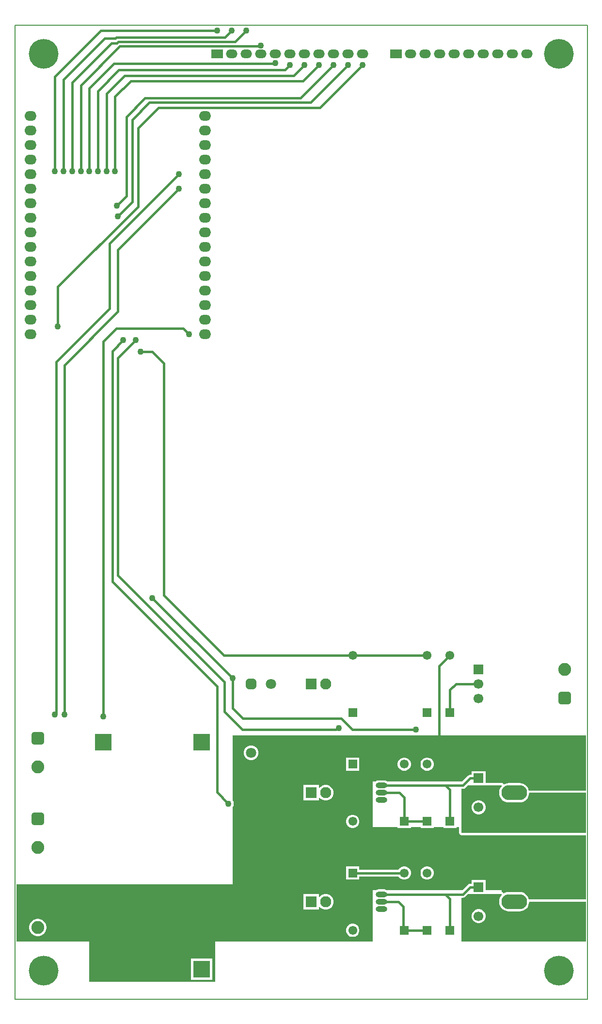
<source format=gtl>
G04*
G04 #@! TF.GenerationSoftware,Altium Limited,Altium Designer,21.8.1 (53)*
G04*
G04 Layer_Physical_Order=1*
G04 Layer_Color=255*
%FSLAX25Y25*%
%MOIN*%
G70*
G04*
G04 #@! TF.SameCoordinates,A1411363-43AB-4F6E-8D2E-BD86F2085DDB*
G04*
G04*
G04 #@! TF.FilePolarity,Positive*
G04*
G01*
G75*
%ADD10C,0.00787*%
%ADD24C,0.07087*%
%ADD31R,0.07677X0.07677*%
%ADD32C,0.07677*%
%ADD35C,0.01500*%
G04:AMPARAMS|DCode=36|XSize=70.87mil|YSize=70.87mil|CornerRadius=17.72mil|HoleSize=0mil|Usage=FLASHONLY|Rotation=180.000|XOffset=0mil|YOffset=0mil|HoleType=Round|Shape=RoundedRectangle|*
%AMROUNDEDRECTD36*
21,1,0.07087,0.03543,0,0,180.0*
21,1,0.03543,0.07087,0,0,180.0*
1,1,0.03543,-0.01772,0.01772*
1,1,0.03543,0.01772,0.01772*
1,1,0.03543,0.01772,-0.01772*
1,1,0.03543,-0.01772,-0.01772*
%
%ADD36ROUNDEDRECTD36*%
%ADD37O,0.07953X0.05984*%
%ADD38R,0.07953X0.05984*%
%ADD39O,0.08268X0.06693*%
G04:AMPARAMS|DCode=40|XSize=88.58mil|YSize=88.58mil|CornerRadius=22.15mil|HoleSize=0mil|Usage=FLASHONLY|Rotation=90.000|XOffset=0mil|YOffset=0mil|HoleType=Round|Shape=RoundedRectangle|*
%AMROUNDEDRECTD40*
21,1,0.08858,0.04429,0,0,90.0*
21,1,0.04429,0.08858,0,0,90.0*
1,1,0.04429,0.02215,0.02215*
1,1,0.04429,0.02215,-0.02215*
1,1,0.04429,-0.02215,-0.02215*
1,1,0.04429,-0.02215,0.02215*
%
%ADD40ROUNDEDRECTD40*%
%ADD41C,0.08858*%
%ADD42R,0.06693X0.06693*%
%ADD43C,0.06693*%
%ADD44C,0.06102*%
%ADD45R,0.06102X0.06102*%
%ADD46O,0.07874X0.03937*%
%ADD47O,0.07874X0.03937*%
%ADD48O,0.17717X0.10236*%
%ADD49C,0.20472*%
%ADD50R,0.11811X0.11811*%
%ADD51C,0.04331*%
G36*
X1081046Y569183D02*
X1080438Y568442D01*
X1079823Y567292D01*
X1079445Y566045D01*
X1079317Y564747D01*
X1079445Y563450D01*
X1079823Y562202D01*
X1080438Y561053D01*
X1081265Y560045D01*
X1082272Y559218D01*
X1083422Y558603D01*
X1084670Y558225D01*
X1085967Y558097D01*
X1093447D01*
X1094745Y558225D01*
X1095992Y558603D01*
X1097142Y559218D01*
X1098150Y560045D01*
X1098977Y561053D01*
X1099591Y562202D01*
X1099970Y563450D01*
X1100097Y564747D01*
X1139081D01*
Y537188D01*
X1053487D01*
Y541125D01*
Y567453D01*
X1054550D01*
X1055428Y567628D01*
X1056172Y568125D01*
X1058069Y570022D01*
X1060451D01*
Y569901D01*
X1070144D01*
Y570022D01*
X1081046D01*
Y569183D01*
D02*
G37*
G36*
X1139081Y566277D02*
X1100097D01*
X1099911Y566240D01*
X1099591Y567292D01*
X1098977Y568442D01*
X1098150Y569450D01*
X1097142Y570277D01*
X1095992Y570891D01*
X1094745Y571270D01*
X1093447Y571397D01*
X1085967D01*
X1084670Y571270D01*
X1083422Y570891D01*
X1082688Y570499D01*
X1082459Y570607D01*
X1082127Y571103D01*
X1081631Y571435D01*
X1081046Y571551D01*
X1070144D01*
Y579594D01*
X1060451D01*
Y577041D01*
X1059550D01*
X1058672Y576867D01*
X1057928Y576369D01*
X1053987Y572429D01*
X1053487Y572621D01*
Y572621D01*
X1002289D01*
X1002086Y572777D01*
X1001243Y573127D01*
X1000337Y573246D01*
X996400D01*
X995495Y573127D01*
X994651Y572777D01*
X994448Y572621D01*
X992463D01*
Y541125D01*
X1009565D01*
Y540511D01*
X1018668D01*
Y541125D01*
X1025313D01*
Y540511D01*
X1034416D01*
Y541125D01*
X1041061D01*
Y540511D01*
X1050164D01*
Y541125D01*
X1051957D01*
Y537188D01*
X1052074Y536603D01*
X1052405Y536107D01*
X1052901Y535775D01*
X1053487Y535659D01*
X1139081D01*
X1139081Y535159D01*
Y491973D01*
X1139011Y491473D01*
X1100097D01*
X1099911Y491436D01*
X1099591Y492489D01*
X1098977Y493639D01*
X1098150Y494647D01*
X1097142Y495473D01*
X1095992Y496088D01*
X1094745Y496466D01*
X1093447Y496594D01*
X1085967D01*
X1084670Y496466D01*
X1083422Y496088D01*
X1082555Y495624D01*
X1082459Y495670D01*
X1082127Y496166D01*
X1081631Y496498D01*
X1081046Y496614D01*
Y497818D01*
X1070144D01*
Y504791D01*
X1060451D01*
Y502238D01*
X1059392D01*
X1058514Y502064D01*
X1057770Y501566D01*
X1054022Y497818D01*
X1002289D01*
X1002086Y497974D01*
X1001243Y498323D01*
X1000337Y498443D01*
X996400D01*
X995495Y498323D01*
X994651Y497974D01*
X994448Y497818D01*
X992463D01*
Y462385D01*
X884195D01*
Y434826D01*
X797581D01*
Y462385D01*
X747420D01*
X747420Y501755D01*
X896006D01*
X896006Y554839D01*
X896183Y555016D01*
X896666Y555852D01*
X896916Y556784D01*
Y557750D01*
X896666Y558682D01*
X896183Y559518D01*
X896006Y559695D01*
Y604117D01*
X1139081Y604117D01*
Y566277D01*
D02*
G37*
G36*
X1081046Y494380D02*
X1080438Y493639D01*
X1079823Y492489D01*
X1079445Y491242D01*
X1079317Y489944D01*
X1079445Y488647D01*
X1079823Y487399D01*
X1080438Y486249D01*
X1081265Y485242D01*
X1082272Y484415D01*
X1083422Y483800D01*
X1084670Y483422D01*
X1085967Y483294D01*
X1093447D01*
X1094745Y483422D01*
X1095992Y483800D01*
X1097142Y484415D01*
X1098150Y485242D01*
X1098977Y486249D01*
X1099591Y487399D01*
X1099970Y488647D01*
X1100097Y489944D01*
X1139081D01*
X1139081Y462385D01*
X1053487D01*
Y492650D01*
X1054392D01*
X1055270Y492825D01*
X1056014Y493322D01*
X1057777Y495085D01*
X1081046D01*
Y494380D01*
D02*
G37*
%LPC*%
G36*
X1065936Y559594D02*
X1064660D01*
X1063427Y559264D01*
X1062322Y558625D01*
X1061420Y557723D01*
X1060781Y556618D01*
X1060451Y555385D01*
Y554109D01*
X1060781Y552877D01*
X1061420Y551771D01*
X1062322Y550869D01*
X1063427Y550231D01*
X1064660Y549901D01*
X1065936D01*
X1067168Y550231D01*
X1068274Y550869D01*
X1069176Y551771D01*
X1069814Y552877D01*
X1070144Y554109D01*
Y555385D01*
X1069814Y556618D01*
X1069176Y557723D01*
X1068274Y558625D01*
X1067168Y559264D01*
X1065936Y559594D01*
D02*
G37*
G36*
X909466Y597350D02*
X908138D01*
X906855Y597006D01*
X905705Y596342D01*
X904766Y595403D01*
X904102Y594253D01*
X903758Y592970D01*
Y591642D01*
X904102Y590360D01*
X904766Y589210D01*
X905705Y588271D01*
X906855Y587607D01*
X908138Y587263D01*
X909466D01*
X910748Y587607D01*
X911898Y588271D01*
X912837Y589210D01*
X913501Y590360D01*
X913845Y591642D01*
Y592970D01*
X913501Y594253D01*
X912837Y595403D01*
X911898Y596342D01*
X910748Y597006D01*
X909466Y597350D01*
D02*
G37*
G36*
X1030464Y588983D02*
X1029265D01*
X1028108Y588673D01*
X1027070Y588074D01*
X1026223Y587227D01*
X1025624Y586189D01*
X1025313Y585032D01*
Y583833D01*
X1025624Y582676D01*
X1026223Y581638D01*
X1027070Y580791D01*
X1028108Y580191D01*
X1029265Y579881D01*
X1030464D01*
X1031621Y580191D01*
X1032659Y580791D01*
X1033506Y581638D01*
X1034106Y582676D01*
X1034416Y583833D01*
Y585032D01*
X1034106Y586189D01*
X1033506Y587227D01*
X1032659Y588074D01*
X1031621Y588673D01*
X1030464Y588983D01*
D02*
G37*
G36*
X1014716D02*
X1013517D01*
X1012360Y588673D01*
X1011322Y588074D01*
X1010475Y587227D01*
X1009876Y586189D01*
X1009565Y585032D01*
Y583833D01*
X1009876Y582676D01*
X1010475Y581638D01*
X1011322Y580791D01*
X1012360Y580191D01*
X1013517Y579881D01*
X1014716D01*
X1015873Y580191D01*
X1016911Y580791D01*
X1017758Y581638D01*
X1018358Y582676D01*
X1018668Y583833D01*
Y585032D01*
X1018358Y586189D01*
X1017758Y587227D01*
X1016911Y588074D01*
X1015873Y588673D01*
X1014716Y588983D01*
D02*
G37*
G36*
X983235D02*
X974132D01*
Y579881D01*
X983235D01*
Y588983D01*
D02*
G37*
G36*
X960764Y570086D02*
X959359D01*
X958001Y569722D01*
X956783Y569019D01*
X955900Y568136D01*
X955400Y568292D01*
Y570086D01*
X944723D01*
Y559409D01*
X955400D01*
Y561202D01*
X955900Y561359D01*
X956783Y560475D01*
X958001Y559772D01*
X959359Y559409D01*
X960764D01*
X962122Y559772D01*
X963339Y560475D01*
X964333Y561469D01*
X965036Y562687D01*
X965400Y564044D01*
Y565450D01*
X965036Y566808D01*
X964333Y568025D01*
X963339Y569019D01*
X962122Y569722D01*
X960764Y570086D01*
D02*
G37*
G36*
X979283Y549613D02*
X978084D01*
X976927Y549303D01*
X975889Y548704D01*
X975042Y547857D01*
X974442Y546819D01*
X974132Y545661D01*
Y544463D01*
X974442Y543306D01*
X975042Y542268D01*
X975889Y541420D01*
X976927Y540821D01*
X978084Y540511D01*
X979283D01*
X980440Y540821D01*
X981478Y541420D01*
X982325Y542268D01*
X982924Y543306D01*
X983235Y544463D01*
Y545661D01*
X982924Y546819D01*
X982325Y547857D01*
X981478Y548704D01*
X980440Y549303D01*
X979283Y549613D01*
D02*
G37*
G36*
X1014716Y514180D02*
X1013517D01*
X1012360Y513870D01*
X1011322Y513271D01*
X1010475Y512424D01*
X1010186Y511923D01*
X983235D01*
Y514180D01*
X974132D01*
Y505078D01*
X983235D01*
Y507335D01*
X1010186D01*
X1010475Y506835D01*
X1011322Y505987D01*
X1012360Y505388D01*
X1013517Y505078D01*
X1014716D01*
X1015873Y505388D01*
X1016911Y505987D01*
X1017758Y506835D01*
X1018358Y507872D01*
X1018668Y509030D01*
Y510228D01*
X1018358Y511386D01*
X1017758Y512424D01*
X1016911Y513271D01*
X1015873Y513870D01*
X1014716Y514180D01*
D02*
G37*
G36*
X1030464D02*
X1029265D01*
X1028108Y513870D01*
X1027070Y513271D01*
X1026223Y512424D01*
X1025624Y511386D01*
X1025313Y510228D01*
Y509030D01*
X1025624Y507872D01*
X1026223Y506835D01*
X1027070Y505987D01*
X1028108Y505388D01*
X1029265Y505078D01*
X1030464D01*
X1031621Y505388D01*
X1032659Y505987D01*
X1033506Y506835D01*
X1034106Y507872D01*
X1034416Y509030D01*
Y510228D01*
X1034106Y511386D01*
X1033506Y512424D01*
X1032659Y513271D01*
X1031621Y513870D01*
X1030464Y514180D01*
D02*
G37*
G36*
X960764Y495283D02*
X959359D01*
X958001Y494919D01*
X956783Y494216D01*
X955900Y493333D01*
X955400Y493489D01*
Y495283D01*
X944723D01*
Y484606D01*
X955400D01*
Y486399D01*
X955900Y486556D01*
X956783Y485672D01*
X958001Y484969D01*
X959359Y484606D01*
X960764D01*
X962122Y484969D01*
X963339Y485672D01*
X964333Y486666D01*
X965036Y487884D01*
X965400Y489241D01*
Y490647D01*
X965036Y492005D01*
X964333Y493222D01*
X963339Y494216D01*
X962122Y494919D01*
X960764Y495283D01*
D02*
G37*
G36*
X762732Y478157D02*
X761564D01*
X760419Y477929D01*
X759340Y477482D01*
X758368Y476833D01*
X757543Y476007D01*
X756894Y475036D01*
X756447Y473957D01*
X756219Y472812D01*
Y471644D01*
X756447Y470498D01*
X756894Y469419D01*
X757543Y468448D01*
X758368Y467622D01*
X759340Y466973D01*
X760419Y466526D01*
X761564Y466298D01*
X762732D01*
X763877Y466526D01*
X764957Y466973D01*
X765928Y467622D01*
X766753Y468448D01*
X767402Y469419D01*
X767849Y470498D01*
X768077Y471644D01*
Y472812D01*
X767849Y473957D01*
X767402Y475036D01*
X766753Y476007D01*
X765928Y476833D01*
X764957Y477482D01*
X763877Y477929D01*
X762732Y478157D01*
D02*
G37*
G36*
X979283Y474810D02*
X978084D01*
X976927Y474500D01*
X975889Y473901D01*
X975042Y473054D01*
X974442Y472016D01*
X974132Y470858D01*
Y469660D01*
X974442Y468502D01*
X975042Y467465D01*
X975889Y466617D01*
X976927Y466018D01*
X978084Y465708D01*
X979283D01*
X980440Y466018D01*
X981478Y466617D01*
X982325Y467465D01*
X982924Y468502D01*
X983235Y469660D01*
Y470858D01*
X982924Y472016D01*
X982325Y473054D01*
X981478Y473901D01*
X980440Y474500D01*
X979283Y474810D01*
D02*
G37*
G36*
X882152Y450893D02*
X867341D01*
Y436082D01*
X882152D01*
Y450893D01*
D02*
G37*
G36*
X1065936Y484791D02*
X1064660D01*
X1063427Y484460D01*
X1062322Y483822D01*
X1061420Y482920D01*
X1060781Y481815D01*
X1060451Y480582D01*
Y479306D01*
X1060781Y478074D01*
X1061420Y476968D01*
X1062322Y476066D01*
X1063427Y475428D01*
X1064660Y475098D01*
X1065936D01*
X1067168Y475428D01*
X1068274Y476066D01*
X1069176Y476968D01*
X1069814Y478074D01*
X1070144Y479306D01*
Y480582D01*
X1069814Y481815D01*
X1069176Y482920D01*
X1068274Y483822D01*
X1067168Y484460D01*
X1065936Y484791D01*
D02*
G37*
%LPD*%
D10*
X1140101Y1092306D02*
X1140101Y423015D01*
X746400Y1080495D02*
Y1092306D01*
X1140101D01*
X746400Y423015D02*
X1140101D01*
X746400D02*
X746400Y1080495D01*
D24*
X922581Y639550D02*
D03*
X908802Y592306D02*
D03*
D31*
X950062Y639550D02*
D03*
Y564747D02*
D03*
Y489944D02*
D03*
D32*
X960061Y639550D02*
D03*
Y564747D02*
D03*
Y489944D02*
D03*
D35*
X890903Y1083896D02*
X895376Y1088369D01*
X779865Y1054905D02*
X808099Y1083139D01*
X815361D01*
X816119Y1083896D02*
X890903D01*
X815361Y1083139D02*
X816119Y1083896D01*
X897904Y1080896D02*
X905376Y1088369D01*
X816361Y1079896D02*
X817362Y1080896D01*
X785770Y1052936D02*
X812730Y1079896D01*
X816361D01*
X817362Y1080896D02*
X897904D01*
X915288Y1077896D02*
X915496Y1078104D01*
X791676Y1050968D02*
X818604Y1077896D01*
X915288D01*
X952003Y1041374D02*
X952003D01*
X949690Y1039061D02*
X952003Y1041374D01*
X838824Y1039061D02*
X949690D01*
X952003Y1041374D02*
X975376Y1064747D01*
X938170Y1057541D02*
X945376Y1064747D01*
X809392Y1045062D02*
X821871Y1057541D01*
X938170D01*
X803487Y1047031D02*
X817894Y1061438D01*
X932087D02*
X935396Y1064747D01*
X817894Y1061438D02*
X932087D01*
X826182Y1053979D02*
X944608D01*
X955376Y1064747D01*
X815298Y1043094D02*
X826182Y1053979D01*
X831046Y967589D02*
Y1021440D01*
X775928Y912471D02*
X831046Y967589D01*
X775928Y885334D02*
Y912471D01*
X890633Y620372D02*
X902951Y608054D01*
X967245D02*
X968393Y609203D01*
X902951Y608054D02*
X967245D01*
X968393Y609203D02*
X969159D01*
X903080Y615928D02*
X970711D01*
X978585Y608054D01*
X1021991D01*
X816250Y883924D02*
X862286D01*
X807030Y874704D02*
X816250Y883924D01*
X862286D02*
X866227Y879984D01*
X780486Y857433D02*
X780570Y857349D01*
X780486Y858676D02*
X817266Y895456D01*
X780570Y618520D02*
Y857349D01*
X780486Y857433D02*
Y858676D01*
X956288Y1035659D02*
X985376Y1064747D01*
X845264Y1035659D02*
X956288D01*
X831046Y1021440D02*
X845264Y1035659D01*
X827109Y1027346D02*
X838824Y1039061D01*
X835919Y1042061D02*
X942690D01*
X896006Y623002D02*
Y643487D01*
Y623002D02*
X903080Y615928D01*
X890633Y620372D02*
Y640987D01*
X817266Y714354D02*
X890633Y640987D01*
X840888Y698606D02*
X896006Y643487D01*
X817097Y960787D02*
X827109Y970798D01*
Y1027346D01*
X816566Y968291D02*
X823172Y974896D01*
Y1029314D01*
X942690Y1042061D02*
X965376Y1064747D01*
X823172Y1029314D02*
X835919Y1042061D01*
X815298Y991913D02*
Y1043094D01*
X809392Y991913D02*
Y1045062D01*
X803487Y991913D02*
Y1047031D01*
X814562Y1065980D02*
X925234D01*
X797581Y1048999D02*
X814562Y1065980D01*
X797581Y991913D02*
Y1048999D01*
X791676Y991913D02*
Y1050968D01*
X785770Y991913D02*
Y1052936D01*
X779865Y991913D02*
Y1054905D01*
X773959Y991913D02*
Y1056873D01*
X805455Y1088369D02*
X885376D01*
X773959Y1056873D02*
X805455Y1088369D01*
X925234Y1065980D02*
X925376Y1066122D01*
X811361Y897425D02*
Y942286D01*
X859058Y989983D01*
X817266Y937987D02*
X859263Y979984D01*
X817266Y895456D02*
Y937987D01*
X774896Y620004D02*
Y860960D01*
X811361Y897425D01*
X807030Y617258D02*
Y874704D01*
X773820Y618684D02*
Y618928D01*
X774896Y620004D01*
X978683Y659235D02*
X1029865D01*
X890045D02*
X978683D01*
X848762Y700518D02*
Y860023D01*
Y700518D02*
X890045Y659235D01*
X1038182Y651805D02*
X1045613Y659235D01*
X1038182Y591863D02*
Y651805D01*
Y591863D02*
X1045613Y584432D01*
X885376Y565141D02*
Y637809D01*
X813329Y709856D02*
Y868252D01*
Y709856D02*
X885376Y637809D01*
X813329Y868252D02*
X820848Y875771D01*
X817266Y863604D02*
X829433Y875771D01*
X817266Y714354D02*
Y863604D01*
X840888Y867897D02*
X848762Y860023D01*
X832659Y867897D02*
X840888D01*
X978683Y509629D02*
X1014117D01*
X1014117Y509629D01*
X885376Y565141D02*
X893250Y557267D01*
X1059392Y499944D02*
X1065298D01*
X1042581Y494944D02*
X1054392D01*
X1042581D02*
X1045613Y491913D01*
X1054392Y494944D02*
X1059392Y499944D01*
X998369Y494944D02*
X1042581D01*
X1045613Y470259D02*
Y491913D01*
X1049770Y639550D02*
X1065298D01*
X1045613Y635393D02*
X1049770Y639550D01*
X1045613Y619865D02*
Y635393D01*
X1042581Y569747D02*
X1054550D01*
X1059550Y574747D01*
X1045613Y545062D02*
Y566716D01*
X1042581Y569747D02*
X1045613Y566716D01*
X1059550Y574747D02*
X1065298D01*
X998369Y569747D02*
X1042581D01*
X1010249Y489944D02*
X1013569Y486624D01*
Y470807D02*
Y486624D01*
Y470807D02*
X1014117Y470259D01*
X1029865D01*
X1010778Y564747D02*
X1014117Y561409D01*
X1014664Y545062D02*
X1029865D01*
X1014117D02*
Y561409D01*
Y545062D02*
X1014664D01*
X998369Y564747D02*
X1010778D01*
X998369Y489944D02*
X1010249D01*
D36*
X908802Y639550D02*
D03*
X922581Y592306D02*
D03*
D37*
X1068487Y1072621D02*
D03*
X1028487D02*
D03*
X1018487D02*
D03*
X1038487D02*
D03*
X1048487D02*
D03*
X1058487D02*
D03*
X1078487D02*
D03*
X1088487D02*
D03*
X1098487D02*
D03*
X985376D02*
D03*
X975376D02*
D03*
X945376D02*
D03*
X905376D02*
D03*
X895376D02*
D03*
X915376D02*
D03*
X925376D02*
D03*
X935376D02*
D03*
X955376D02*
D03*
X965376D02*
D03*
D38*
X1008487D02*
D03*
X885376D02*
D03*
D39*
X877266Y959984D02*
D03*
Y949984D02*
D03*
Y939983D02*
D03*
Y899984D02*
D03*
Y909984D02*
D03*
Y919983D02*
D03*
Y929984D02*
D03*
Y969983D02*
D03*
X757266Y889983D02*
D03*
Y879984D02*
D03*
Y1029984D02*
D03*
Y1019983D02*
D03*
Y1009984D02*
D03*
Y999984D02*
D03*
Y989983D02*
D03*
Y979984D02*
D03*
Y969983D02*
D03*
Y959984D02*
D03*
Y949984D02*
D03*
Y939983D02*
D03*
Y929984D02*
D03*
Y919983D02*
D03*
Y909984D02*
D03*
Y899984D02*
D03*
X877266Y889983D02*
D03*
Y879984D02*
D03*
Y1029984D02*
D03*
Y1019983D02*
D03*
Y1009984D02*
D03*
Y999984D02*
D03*
Y989983D02*
D03*
Y979984D02*
D03*
D40*
X1124353Y554905D02*
D03*
X762148Y602149D02*
D03*
Y547031D02*
D03*
Y491913D02*
D03*
X1124353Y480102D02*
D03*
Y629708D02*
D03*
D41*
X1124353Y574590D02*
D03*
X762148Y582464D02*
D03*
Y527346D02*
D03*
Y472228D02*
D03*
X1124353Y499787D02*
D03*
Y649393D02*
D03*
D42*
X1065298Y499944D02*
D03*
Y574747D02*
D03*
Y649550D02*
D03*
D43*
Y489944D02*
D03*
Y479944D02*
D03*
Y564747D02*
D03*
Y554747D02*
D03*
Y639550D02*
D03*
Y629550D02*
D03*
D44*
X978683Y470259D02*
D03*
X1014117Y509629D02*
D03*
X978683Y659235D02*
D03*
Y545062D02*
D03*
X1014117Y584432D02*
D03*
X1029865Y659235D02*
D03*
Y584432D02*
D03*
X1045613Y659235D02*
D03*
Y584432D02*
D03*
X1029865Y509629D02*
D03*
X1045613D02*
D03*
D45*
X978683Y509629D02*
D03*
X1014117Y470259D02*
D03*
X978683Y619865D02*
D03*
Y584432D02*
D03*
X1014117Y545062D02*
D03*
X1029865Y619865D02*
D03*
Y545062D02*
D03*
X1045613Y619865D02*
D03*
Y545062D02*
D03*
X1029865Y470259D02*
D03*
X1045613D02*
D03*
D46*
X998369Y559747D02*
D03*
Y569747D02*
D03*
Y494944D02*
D03*
Y484944D02*
D03*
D47*
Y564747D02*
D03*
Y489944D02*
D03*
D48*
X1089707D02*
D03*
Y564747D02*
D03*
D49*
X1120416Y442700D02*
D03*
Y1072621D02*
D03*
X766085D02*
D03*
Y442700D02*
D03*
D50*
X874747Y599393D02*
D03*
X807030D02*
D03*
X874747Y443487D02*
D03*
X807030D02*
D03*
D51*
X793644Y491913D02*
D03*
X787739D02*
D03*
X781833Y491913D02*
D03*
X787739Y486007D02*
D03*
X781833D02*
D03*
X787739Y497818D02*
D03*
X793644D02*
D03*
X969159Y609203D02*
D03*
X780570Y618520D02*
D03*
X935376Y584432D02*
D03*
X896006Y643487D02*
D03*
X817097Y960787D02*
D03*
X895376Y1088369D02*
D03*
X925376Y1066122D02*
D03*
X935396Y1064747D02*
D03*
X945376D02*
D03*
X955376D02*
D03*
X985376D02*
D03*
X775928Y885334D02*
D03*
X975376Y1064747D02*
D03*
X965376D02*
D03*
X816566Y968291D02*
D03*
X915496Y1078104D02*
D03*
X905376Y1088369D02*
D03*
X885376D02*
D03*
X815298Y991913D02*
D03*
X809392D02*
D03*
X803487D02*
D03*
X797581D02*
D03*
X791676D02*
D03*
X785770D02*
D03*
X779865D02*
D03*
X773959D02*
D03*
X793644Y486007D02*
D03*
X781833Y497818D02*
D03*
X1090888Y478133D02*
D03*
Y472228D02*
D03*
Y466322D02*
D03*
X1096794D02*
D03*
Y472228D02*
D03*
Y478133D02*
D03*
X1102699D02*
D03*
Y472228D02*
D03*
Y466322D02*
D03*
Y501755D02*
D03*
Y507661D02*
D03*
Y513566D02*
D03*
X1096794D02*
D03*
Y507661D02*
D03*
Y501755D02*
D03*
X1090888D02*
D03*
Y507661D02*
D03*
Y513566D02*
D03*
X1090888Y588369D02*
D03*
Y582464D02*
D03*
Y576558D02*
D03*
X1096794D02*
D03*
Y582464D02*
D03*
Y588369D02*
D03*
X1102699D02*
D03*
Y582464D02*
D03*
Y576558D02*
D03*
Y541125D02*
D03*
Y547031D02*
D03*
Y552936D02*
D03*
X1096794D02*
D03*
Y547031D02*
D03*
Y541125D02*
D03*
X1090888D02*
D03*
Y547031D02*
D03*
Y552936D02*
D03*
X807030Y617258D02*
D03*
X866227Y879984D02*
D03*
X859263Y979984D02*
D03*
X859058Y989983D02*
D03*
X773820Y618684D02*
D03*
X820848Y875771D02*
D03*
X829433D02*
D03*
X832659Y867897D02*
D03*
X840888Y698606D02*
D03*
X893250Y557267D02*
D03*
X1021991Y608054D02*
D03*
M02*

</source>
